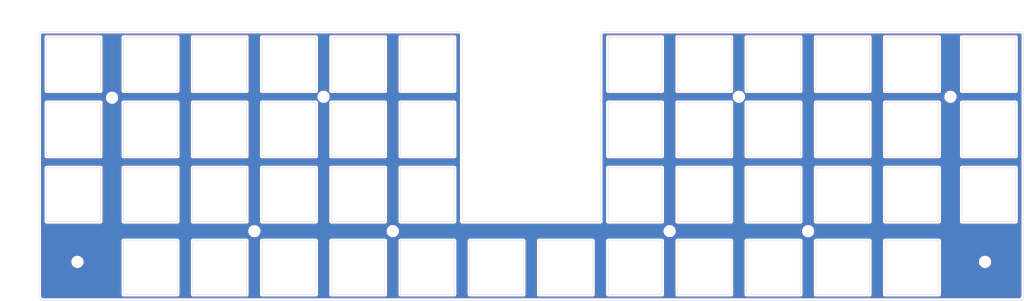
<source format=kicad_pcb>
(kicad_pcb (version 20171130) (host pcbnew "(5.1.10)-1")
  (layers (0 F.Cu signal) (31 B.Cu signal) (34 B.Paste user) (35 F.Paste user) (36 B.SilkS user) (37 F.SilkS user) (38 B.Mask user) (39 F.Mask user) (44 Edge.Cuts user))
  (net 0 "")
  (module Mounting_Holes:MountingHole_2.2mm_M2 (layer F.Cu) (at 28.5 155)
    (fp_text reference REF** hide)
    (fp_text value MountingHole_2.2mm_M2)
    (pad 1 np_thru_hole circle (at 0 0) (size 2.2 2.2) (drill 2.2) (layers *.Cu *.Mask))
  )
  (module Mounting_Holes:MountingHole_2.2mm_M2 (layer F.Cu) (at 264.5 155)
    (fp_text reference REF** hide)
    (fp_text value MountingHole_2.2mm_M2)
    (pad 1 np_thru_hole circle (at 0 0) (size 2.2 2.2) (drill 2.2) (layers *.Cu *.Mask))
  )
  (module Mounting_Holes:MountingHole_2.2mm_M2 (layer F.Cu) (at 74.5 147)
    (fp_text reference REF** hide)
    (fp_text value MountingHole_2.2mm_M2)
    (pad 1 np_thru_hole circle (at 0 0) (size 2.2 2.2) (drill 2.2) (layers *.Cu *.Mask))
  )
  (module Mounting_Holes:MountingHole_2.2mm_M2 (layer F.Cu) (at 110.5 147)
    (fp_text reference REF** hide)
    (fp_text value MountingHole_2.2mm_M2)
    (pad 1 np_thru_hole circle (at 0 0) (size 2.2 2.2) (drill 2.2) (layers *.Cu *.Mask))
  )
  (module Mounting_Holes:MountingHole_2.2mm_M2 (layer F.Cu) (at 37.5 112.25)
    (fp_text reference REF** hide)
    (fp_text value MountingHole_2.2mm_M2)
    (pad 1 np_thru_hole circle (at 0 0) (size 2.2 2.2) (drill 2.2) (layers *.Cu *.Mask))
  )
  (module Mounting_Holes:MountingHole_2.2mm_M2 (layer F.Cu) (at 92.5 112)
    (fp_text reference REF** hide)
    (fp_text value MountingHole_2.2mm_M2)
    (pad 1 np_thru_hole circle (at 0 0) (size 2.2 2.2) (drill 2.2) (layers *.Cu *.Mask))
  )
  (module Mounting_Holes:MountingHole_2.2mm_M2 (layer F.Cu) (at 218.5 147)
    (fp_text reference REF** hide)
    (fp_text value MountingHole_2.2mm_M2)
    (pad 1 np_thru_hole circle (at 0 0) (size 2.2 2.2) (drill 2.2) (layers *.Cu *.Mask))
  )
  (module Mounting_Holes:MountingHole_2.2mm_M2 (layer F.Cu) (at 182.5 147)
    (fp_text reference REF** hide)
    (fp_text value MountingHole_2.2mm_M2)
    (pad 1 np_thru_hole circle (at 0 0) (size 2.2 2.2) (drill 2.2) (layers *.Cu *.Mask))
  )
  (module Mounting_Holes:MountingHole_2.2mm_M2 (layer F.Cu) (at 255.5 112)
    (fp_text reference REF** hide)
    (fp_text value MountingHole_2.2mm_M2)
    (pad 1 np_thru_hole circle (at 0 0) (size 2.2 2.2) (drill 2.2) (layers *.Cu *.Mask))
  )
  (module Mounting_Holes:MountingHole_2.2mm_M2 (layer F.Cu) (at 200.5 112)
    (fp_text reference REF** hide)
    (fp_text value MountingHole_2.2mm_M2)
    (pad 1 np_thru_hole circle (at 0 0) (size 2.2 2.2) (drill 2.2) (layers *.Cu *.Mask))
  )
  (module logos:salicylic-acidm (layer F.Cu) (at 32.5 151.75)
    (fp_text reference G*** hide)
    (fp_text value LOGO hide)
  )
  (gr_line (start 54.5 96.5) (end 54.5 110.5) (layer Edge.Cuts) (width 0.1))
  (gr_line (start 40.5 96.5) (end 54.5 96.5) (layer Edge.Cuts) (width 0.1))
  (gr_line (start 40.5 110.5) (end 40.5 96.5) (layer Edge.Cuts) (width 0.1))
  (gr_line (start 54.5 110.5) (end 40.5 110.5) (layer Edge.Cuts) (width 0.1))
  (gr_line (start 274 95) (end 274.5 95.5) (layer Edge.Cuts) (width 0.1))
  (gr_line (start 164.5 95.5) (end 165 95) (layer Edge.Cuts) (width 0.1))
  (gr_line (start 128 95) (end 128.5 95.5) (layer Edge.Cuts) (width 0.1))
  (gr_line (start 19 95) (end 18.5 95.5) (layer Edge.Cuts) (width 0.1))
  (gr_line (start 19 95) (end 128 95) (layer Edge.Cuts) (width 0.1))
  (gr_line (start 18.5 95.5) (end 18.5 164.25) (layer Edge.Cuts) (width 0.1))
  (gr_line (start 274 95) (end 165 95) (layer Edge.Cuts) (width 0.1))
  (gr_line (start 128.5 144.5) (end 128.5 95.5) (layer Edge.Cuts) (width 0.1))
  (gr_line (start 164.5 144.5) (end 128.5 144.5) (layer Edge.Cuts) (width 0.1))
  (gr_line (start 164.5 95.5) (end 164.5 144.5) (layer Edge.Cuts) (width 0.1))
  (gr_line (start 258.5 144.5) (end 258.5 130.5) (layer Edge.Cuts) (width 0.1))
  (gr_line (start 272.5 144.5) (end 258.5 144.5) (layer Edge.Cuts) (width 0.1))
  (gr_line (start 272.5 130.5) (end 272.5 144.5) (layer Edge.Cuts) (width 0.1))
  (gr_line (start 258.5 130.5) (end 272.5 130.5) (layer Edge.Cuts) (width 0.1))
  (gr_line (start 258.5 127.5) (end 258.5 113.5) (layer Edge.Cuts) (width 0.1))
  (gr_line (start 272.5 127.5) (end 258.5 127.5) (layer Edge.Cuts) (width 0.1))
  (gr_line (start 272.5 113.5) (end 272.5 127.5) (layer Edge.Cuts) (width 0.1))
  (gr_line (start 258.5 113.5) (end 272.5 113.5) (layer Edge.Cuts) (width 0.1))
  (gr_line (start 258.5 110.5) (end 258.5 96.5) (layer Edge.Cuts) (width 0.1))
  (gr_line (start 272.5 110.5) (end 258.5 110.5) (layer Edge.Cuts) (width 0.1))
  (gr_line (start 272.5 96.5) (end 272.5 110.5) (layer Edge.Cuts) (width 0.1))
  (gr_line (start 258.5 96.5) (end 272.5 96.5) (layer Edge.Cuts) (width 0.1))
  (gr_line (start 238.5 110.5) (end 238.5 96.5) (layer Edge.Cuts) (width 0.1))
  (gr_line (start 252.5 110.5) (end 238.5 110.5) (layer Edge.Cuts) (width 0.1))
  (gr_line (start 252.5 96.5) (end 252.5 110.5) (layer Edge.Cuts) (width 0.1))
  (gr_line (start 238.5 96.5) (end 252.5 96.5) (layer Edge.Cuts) (width 0.1))
  (gr_line (start 220.5 110.5) (end 220.5 96.5) (layer Edge.Cuts) (width 0.1))
  (gr_line (start 234.5 110.5) (end 220.5 110.5) (layer Edge.Cuts) (width 0.1))
  (gr_line (start 234.5 96.5) (end 234.5 110.5) (layer Edge.Cuts) (width 0.1))
  (gr_line (start 220.5 96.5) (end 234.5 96.5) (layer Edge.Cuts) (width 0.1))
  (gr_line (start 238.5 127.5) (end 238.5 113.5) (layer Edge.Cuts) (width 0.1))
  (gr_line (start 252.5 127.5) (end 238.5 127.5) (layer Edge.Cuts) (width 0.1))
  (gr_line (start 252.5 113.5) (end 252.5 127.5) (layer Edge.Cuts) (width 0.1))
  (gr_line (start 238.5 113.5) (end 252.5 113.5) (layer Edge.Cuts) (width 0.1))
  (gr_line (start 238.5 144.5) (end 238.5 130.5) (layer Edge.Cuts) (width 0.1))
  (gr_line (start 252.5 144.5) (end 238.5 144.5) (layer Edge.Cuts) (width 0.1))
  (gr_line (start 252.5 130.5) (end 252.5 144.5) (layer Edge.Cuts) (width 0.1))
  (gr_line (start 238.5 130.5) (end 252.5 130.5) (layer Edge.Cuts) (width 0.1))
  (gr_line (start 220.5 113.5) (end 220.5 127.5) (layer Edge.Cuts) (width 0.1))
  (gr_line (start 234.5 113.5) (end 220.5 113.5) (layer Edge.Cuts) (width 0.1))
  (gr_line (start 234.5 127.5) (end 234.5 113.5) (layer Edge.Cuts) (width 0.1))
  (gr_line (start 220.5 127.5) (end 234.5 127.5) (layer Edge.Cuts) (width 0.1))
  (gr_line (start 220.5 144.5) (end 220.5 130.5) (layer Edge.Cuts) (width 0.1))
  (gr_line (start 234.5 144.5) (end 220.5 144.5) (layer Edge.Cuts) (width 0.1))
  (gr_line (start 234.5 130.5) (end 234.5 144.5) (layer Edge.Cuts) (width 0.1))
  (gr_line (start 220.5 130.5) (end 234.5 130.5) (layer Edge.Cuts) (width 0.1))
  (gr_line (start 202.5 130.5) (end 216.5 130.5) (layer Edge.Cuts) (width 0.1))
  (gr_line (start 202.5 144.5) (end 202.5 130.5) (layer Edge.Cuts) (width 0.1))
  (gr_line (start 216.5 144.5) (end 202.5 144.5) (layer Edge.Cuts) (width 0.1))
  (gr_line (start 216.5 130.5) (end 216.5 144.5) (layer Edge.Cuts) (width 0.1))
  (gr_line (start 216.5 127.5) (end 216.5 113.5) (layer Edge.Cuts) (width 0.1))
  (gr_line (start 202.5 127.5) (end 216.5 127.5) (layer Edge.Cuts) (width 0.1))
  (gr_line (start 202.5 113.5) (end 202.5 127.5) (layer Edge.Cuts) (width 0.1))
  (gr_line (start 216.5 113.5) (end 202.5 113.5) (layer Edge.Cuts) (width 0.1))
  (gr_line (start 202.5 110.5) (end 202.5 96.5) (layer Edge.Cuts) (width 0.1))
  (gr_line (start 216.5 110.5) (end 202.5 110.5) (layer Edge.Cuts) (width 0.1))
  (gr_line (start 216.5 96.5) (end 216.5 110.5) (layer Edge.Cuts) (width 0.1))
  (gr_line (start 202.5 96.5) (end 216.5 96.5) (layer Edge.Cuts) (width 0.1))
  (gr_line (start 184.5 110.5) (end 184.5 96.5) (layer Edge.Cuts) (width 0.1))
  (gr_line (start 198.5 110.5) (end 184.5 110.5) (layer Edge.Cuts) (width 0.1))
  (gr_line (start 198.5 96.5) (end 198.5 110.5) (layer Edge.Cuts) (width 0.1))
  (gr_line (start 184.5 96.5) (end 198.5 96.5) (layer Edge.Cuts) (width 0.1))
  (gr_line (start 184.5 127.5) (end 184.5 113.5) (layer Edge.Cuts) (width 0.1))
  (gr_line (start 198.5 127.5) (end 184.5 127.5) (layer Edge.Cuts) (width 0.1))
  (gr_line (start 198.5 113.5) (end 198.5 127.5) (layer Edge.Cuts) (width 0.1))
  (gr_line (start 184.5 113.5) (end 198.5 113.5) (layer Edge.Cuts) (width 0.1))
  (gr_line (start 184.5 144.5) (end 184.5 130.5) (layer Edge.Cuts) (width 0.1))
  (gr_line (start 198.5 144.5) (end 184.5 144.5) (layer Edge.Cuts) (width 0.1))
  (gr_line (start 198.5 130.5) (end 198.5 144.5) (layer Edge.Cuts) (width 0.1))
  (gr_line (start 184.5 130.5) (end 198.5 130.5) (layer Edge.Cuts) (width 0.1))
  (gr_line (start 238.5 163.5) (end 238.5 149.5) (layer Edge.Cuts) (width 0.1))
  (gr_line (start 252.5 163.5) (end 238.5 163.5) (layer Edge.Cuts) (width 0.1))
  (gr_line (start 252.5 149.5) (end 252.5 163.5) (layer Edge.Cuts) (width 0.1))
  (gr_line (start 238.5 149.5) (end 252.5 149.5) (layer Edge.Cuts) (width 0.1))
  (gr_line (start 220.5 163.5) (end 220.5 149.5) (layer Edge.Cuts) (width 0.1))
  (gr_line (start 234.5 163.5) (end 220.5 163.5) (layer Edge.Cuts) (width 0.1))
  (gr_line (start 234.5 149.5) (end 234.5 163.5) (layer Edge.Cuts) (width 0.1))
  (gr_line (start 220.5 149.5) (end 234.5 149.5) (layer Edge.Cuts) (width 0.1))
  (gr_line (start 202.5 163.5) (end 202.5 149.5) (layer Edge.Cuts) (width 0.1))
  (gr_line (start 216.5 163.5) (end 202.5 163.5) (layer Edge.Cuts) (width 0.1))
  (gr_line (start 216.5 149.5) (end 216.5 163.5) (layer Edge.Cuts) (width 0.1))
  (gr_line (start 202.5 149.5) (end 216.5 149.5) (layer Edge.Cuts) (width 0.1))
  (gr_line (start 184.5 163.5) (end 184.5 149.5) (layer Edge.Cuts) (width 0.1))
  (gr_line (start 198.5 163.5) (end 184.5 163.5) (layer Edge.Cuts) (width 0.1))
  (gr_line (start 198.5 149.5) (end 198.5 163.5) (layer Edge.Cuts) (width 0.1))
  (gr_line (start 184.5 149.5) (end 198.5 149.5) (layer Edge.Cuts) (width 0.1))
  (gr_line (start 166.5 163.5) (end 166.5 149.5) (layer Edge.Cuts) (width 0.1))
  (gr_line (start 180.5 163.5) (end 166.5 163.5) (layer Edge.Cuts) (width 0.1))
  (gr_line (start 180.5 149.5) (end 180.5 163.5) (layer Edge.Cuts) (width 0.1))
  (gr_line (start 166.5 149.5) (end 180.5 149.5) (layer Edge.Cuts) (width 0.1))
  (gr_line (start 166.5 144.5) (end 166.5 130.5) (layer Edge.Cuts) (width 0.1))
  (gr_line (start 180.5 144.5) (end 166.5 144.5) (layer Edge.Cuts) (width 0.1))
  (gr_line (start 180.5 130.5) (end 180.5 144.5) (layer Edge.Cuts) (width 0.1))
  (gr_line (start 166.5 130.5) (end 180.5 130.5) (layer Edge.Cuts) (width 0.1))
  (gr_line (start 166.5 127.5) (end 166.5 113.5) (layer Edge.Cuts) (width 0.1))
  (gr_line (start 180.5 127.5) (end 166.5 127.5) (layer Edge.Cuts) (width 0.1))
  (gr_line (start 180.5 113.5) (end 180.5 127.5) (layer Edge.Cuts) (width 0.1))
  (gr_line (start 166.5 113.5) (end 180.5 113.5) (layer Edge.Cuts) (width 0.1))
  (gr_line (start 166.5 96.5) (end 173.5 96.5) (layer Edge.Cuts) (width 0.1))
  (gr_line (start 166.5 110.5) (end 166.5 96.5) (layer Edge.Cuts) (width 0.1))
  (gr_line (start 180.5 110.5) (end 166.5 110.5) (layer Edge.Cuts) (width 0.1))
  (gr_line (start 180.5 96.5) (end 180.5 110.5) (layer Edge.Cuts) (width 0.1))
  (gr_line (start 173.5 96.5) (end 180.5 96.5) (layer Edge.Cuts) (width 0.1))
  (gr_line (start 148.5 163.5) (end 148.5 149.5) (layer Edge.Cuts) (width 0.1))
  (gr_line (start 162.5 163.5) (end 148.5 163.5) (layer Edge.Cuts) (width 0.1))
  (gr_line (start 162.5 149.5) (end 162.5 163.5) (layer Edge.Cuts) (width 0.1))
  (gr_line (start 148.5 149.5) (end 162.5 149.5) (layer Edge.Cuts) (width 0.1))
  (gr_line (start 130.5 163.5) (end 130.5 149.5) (layer Edge.Cuts) (width 0.1))
  (gr_line (start 144.5 163.5) (end 130.5 163.5) (layer Edge.Cuts) (width 0.1))
  (gr_line (start 144.5 149.5) (end 144.5 163.5) (layer Edge.Cuts) (width 0.1))
  (gr_line (start 130.5 149.5) (end 144.5 149.5) (layer Edge.Cuts) (width 0.1))
  (gr_line (start 112.5 163.5) (end 112.5 149.5) (layer Edge.Cuts) (width 0.1))
  (gr_line (start 126.5 163.5) (end 112.5 163.5) (layer Edge.Cuts) (width 0.1))
  (gr_line (start 126.5 149.5) (end 126.5 163.5) (layer Edge.Cuts) (width 0.1))
  (gr_line (start 112.5 149.5) (end 126.5 149.5) (layer Edge.Cuts) (width 0.1))
  (gr_line (start 112.5 144.5) (end 112.5 130.5) (layer Edge.Cuts) (width 0.1))
  (gr_line (start 126.5 144.5) (end 112.5 144.5) (layer Edge.Cuts) (width 0.1))
  (gr_line (start 126.5 130.5) (end 126.5 144.5) (layer Edge.Cuts) (width 0.1))
  (gr_line (start 112.5 130.5) (end 126.5 130.5) (layer Edge.Cuts) (width 0.1))
  (gr_line (start 126.5 127.5) (end 126.5 113.5) (layer Edge.Cuts) (width 0.1))
  (gr_line (start 112.5 127.5) (end 126.5 127.5) (layer Edge.Cuts) (width 0.1))
  (gr_line (start 112.5 113.5) (end 112.5 127.5) (layer Edge.Cuts) (width 0.1))
  (gr_line (start 126.5 113.5) (end 112.5 113.5) (layer Edge.Cuts) (width 0.1))
  (gr_line (start 112.5 110.5) (end 112.5 96.5) (layer Edge.Cuts) (width 0.1))
  (gr_line (start 126.5 110.5) (end 112.5 110.5) (layer Edge.Cuts) (width 0.1))
  (gr_line (start 126.5 96.5) (end 126.5 110.5) (layer Edge.Cuts) (width 0.1))
  (gr_line (start 112.5 96.5) (end 126.5 96.5) (layer Edge.Cuts) (width 0.1))
  (gr_line (start 94.5 163.5) (end 94.5 149.5) (layer Edge.Cuts) (width 0.1))
  (gr_line (start 108.5 163.5) (end 94.5 163.5) (layer Edge.Cuts) (width 0.1))
  (gr_line (start 108.5 149.5) (end 108.5 163.5) (layer Edge.Cuts) (width 0.1))
  (gr_line (start 94.5 149.5) (end 108.5 149.5) (layer Edge.Cuts) (width 0.1))
  (gr_line (start 94.5 144.5) (end 94.5 130.5) (layer Edge.Cuts) (width 0.1))
  (gr_line (start 108.5 144.5) (end 94.5 144.5) (layer Edge.Cuts) (width 0.1))
  (gr_line (start 108.5 130.5) (end 108.5 144.5) (layer Edge.Cuts) (width 0.1))
  (gr_line (start 94.5 130.5) (end 108.5 130.5) (layer Edge.Cuts) (width 0.1))
  (gr_line (start 94.5 127.5) (end 94.5 113.5) (layer Edge.Cuts) (width 0.1))
  (gr_line (start 108.5 127.5) (end 94.5 127.5) (layer Edge.Cuts) (width 0.1))
  (gr_line (start 108.5 113.5) (end 108.5 127.5) (layer Edge.Cuts) (width 0.1))
  (gr_line (start 94.5 113.5) (end 108.5 113.5) (layer Edge.Cuts) (width 0.1))
  (gr_line (start 94.5 96.5) (end 101.5 96.5) (layer Edge.Cuts) (width 0.1))
  (gr_line (start 94.5 110.5) (end 94.5 96.5) (layer Edge.Cuts) (width 0.1))
  (gr_line (start 108.5 110.5) (end 94.5 110.5) (layer Edge.Cuts) (width 0.1))
  (gr_line (start 108.5 96.5) (end 108.5 110.5) (layer Edge.Cuts) (width 0.1))
  (gr_line (start 101.5 96.5) (end 108.5 96.5) (layer Edge.Cuts) (width 0.1))
  (gr_line (start 76.5 163.5) (end 76.5 149.5) (layer Edge.Cuts) (width 0.1))
  (gr_line (start 90.5 163.5) (end 76.5 163.5) (layer Edge.Cuts) (width 0.1))
  (gr_line (start 90.5 149.5) (end 90.5 163.5) (layer Edge.Cuts) (width 0.1))
  (gr_line (start 76.5 149.5) (end 90.5 149.5) (layer Edge.Cuts) (width 0.1))
  (gr_line (start 76.5 144.5) (end 76.5 130.5) (layer Edge.Cuts) (width 0.1))
  (gr_line (start 90.5 144.5) (end 76.5 144.5) (layer Edge.Cuts) (width 0.1))
  (gr_line (start 90.5 130.5) (end 90.5 144.5) (layer Edge.Cuts) (width 0.1))
  (gr_line (start 76.5 130.5) (end 90.5 130.5) (layer Edge.Cuts) (width 0.1))
  (gr_line (start 76.5 127.5) (end 76.5 113.5) (layer Edge.Cuts) (width 0.1))
  (gr_line (start 90.5 127.5) (end 76.5 127.5) (layer Edge.Cuts) (width 0.1))
  (gr_line (start 90.5 113.5) (end 90.5 127.5) (layer Edge.Cuts) (width 0.1))
  (gr_line (start 76.5 113.5) (end 90.5 113.5) (layer Edge.Cuts) (width 0.1))
  (gr_line (start 83.5 96.5) (end 76.5 96.5) (layer Edge.Cuts) (width 0.1))
  (gr_line (start 76.5 110.5) (end 76.5 96.5) (layer Edge.Cuts) (width 0.1))
  (gr_line (start 90.5 110.5) (end 76.5 110.5) (layer Edge.Cuts) (width 0.1))
  (gr_line (start 90.5 96.5) (end 90.5 110.5) (layer Edge.Cuts) (width 0.1))
  (gr_line (start 83.5 96.5) (end 90.5 96.5) (layer Edge.Cuts) (width 0.1))
  (gr_line (start 58.5 163.5) (end 58.5 149.5) (layer Edge.Cuts) (width 0.1))
  (gr_line (start 72.5 163.5) (end 58.5 163.5) (layer Edge.Cuts) (width 0.1))
  (gr_line (start 72.5 149.5) (end 72.5 163.5) (layer Edge.Cuts) (width 0.1))
  (gr_line (start 58.5 149.5) (end 72.5 149.5) (layer Edge.Cuts) (width 0.1))
  (gr_line (start 58.5 130.5) (end 58.5 144.5) (layer Edge.Cuts) (width 0.1))
  (gr_line (start 72.5 144.5) (end 58.5 144.5) (layer Edge.Cuts) (width 0.1))
  (gr_line (start 72.5 130.5) (end 72.5 144.5) (layer Edge.Cuts) (width 0.1))
  (gr_line (start 58.5 130.5) (end 72.5 130.5) (layer Edge.Cuts) (width 0.1))
  (gr_line (start 58.5 127.5) (end 58.5 113.5) (layer Edge.Cuts) (width 0.1))
  (gr_line (start 72.5 127.5) (end 58.5 127.5) (layer Edge.Cuts) (width 0.1))
  (gr_line (start 72.5 113.5) (end 72.5 127.5) (layer Edge.Cuts) (width 0.1))
  (gr_line (start 58.5 113.5) (end 72.5 113.5) (layer Edge.Cuts) (width 0.1))
  (gr_line (start 58.5 110.5) (end 58.5 96.5) (layer Edge.Cuts) (width 0.1))
  (gr_line (start 72.5 110.5) (end 58.5 110.5) (layer Edge.Cuts) (width 0.1))
  (gr_line (start 72.5 96.5) (end 72.5 110.5) (layer Edge.Cuts) (width 0.1))
  (gr_line (start 58.5 96.5) (end 72.5 96.5) (layer Edge.Cuts) (width 0.1))
  (gr_line (start 40.5 149.5) (end 54.5 149.5) (layer Edge.Cuts) (width 0.1))
  (gr_line (start 40.5 163.5) (end 40.5 149.5) (layer Edge.Cuts) (width 0.1))
  (gr_line (start 54.5 163.5) (end 40.5 163.5) (layer Edge.Cuts) (width 0.1))
  (gr_line (start 54.5 149.5) (end 54.5 163.5) (layer Edge.Cuts) (width 0.1))
  (gr_line (start 40.5 144.5) (end 40.5 130.5) (layer Edge.Cuts) (width 0.1))
  (gr_line (start 54.5 144.5) (end 40.5 144.5) (layer Edge.Cuts) (width 0.1))
  (gr_line (start 54.5 130.5) (end 54.5 144.5) (layer Edge.Cuts) (width 0.1))
  (gr_line (start 40.5 130.5) (end 54.5 130.5) (layer Edge.Cuts) (width 0.1))
  (gr_line (start 40.5 127.5) (end 40.5 113.5) (layer Edge.Cuts) (width 0.1))
  (gr_line (start 54.5 127.5) (end 40.5 127.5) (layer Edge.Cuts) (width 0.1))
  (gr_line (start 54.5 113.5) (end 54.5 127.5) (layer Edge.Cuts) (width 0.1))
  (gr_line (start 40.5 113.5) (end 54.5 113.5) (layer Edge.Cuts) (width 0.1))
  (gr_line (start 34.5 130.5) (end 34.5 144.5) (layer Edge.Cuts) (width 0.1))
  (gr_line (start 20.5 130.5) (end 34.5 130.5) (layer Edge.Cuts) (width 0.1))
  (gr_line (start 20.5 144.5) (end 34.5 144.5) (layer Edge.Cuts) (width 0.1))
  (gr_line (start 20.5 130.5) (end 20.5 144.5) (layer Edge.Cuts) (width 0.1))
  (gr_line (start 34.5 113.5) (end 34.5 127.5) (layer Edge.Cuts) (width 0.1))
  (gr_line (start 20.5 113.5) (end 34.5 113.5) (layer Edge.Cuts) (width 0.1))
  (gr_line (start 20.5 127.5) (end 34.5 127.5) (layer Edge.Cuts) (width 0.1))
  (gr_line (start 20.5 113.5) (end 20.5 127.5) (layer Edge.Cuts) (width 0.1))
  (gr_line (start 34.5 96.5) (end 34.5 110.5) (layer Edge.Cuts) (width 0.1))
  (gr_line (start 20.5 96.5) (end 34.5 96.5) (layer Edge.Cuts) (width 0.1))
  (gr_line (start 20.5 110.5) (end 34.5 110.5) (layer Edge.Cuts) (width 0.1))
  (gr_line (start 20.5 96.5) (end 20.5 110.5) (layer Edge.Cuts) (width 0.1))
  (gr_line (start 273.75 165) (end 270.75 165) (layer Edge.Cuts) (width 0.1))
  (gr_line (start 274.5 164.25) (end 273.75 165) (layer Edge.Cuts) (width 0.1))
  (gr_line (start 274.5 95.5) (end 274.5 164.25) (layer Edge.Cuts) (width 0.1))
  (gr_line (start 19.25 165) (end 270.75 165) (layer Edge.Cuts) (width 0.1))
  (gr_line (start 18.5 164.25) (end 19.25 165) (layer Edge.Cuts) (width 0.1))
  (zone (net 0) (net_name "") (layer F.Cu) (connect_pads (clearance 0.508)) (min_thickness 0.254) (fill yes (arc_segments 16) (thermal_gap 0.508) (thermal_bridge_width 0.508))
    (polygon (pts (xy 273.75 165) (xy 19.25 165) (xy 18.5 164.25) (xy 18.5 95) (xy 128.5 95) (xy 128.5 144.5) (xy 164.5 144.5) (xy 164.5 95) (xy 274.5 95) (xy 274.5 164.25)))
  )
  (zone (net 0) (net_name "") (layer F.Cu) (connect_pads (clearance 0.508)) (min_thickness 0.254) (fill yes (arc_segments 16) (thermal_gap 0.508) (thermal_bridge_width 0.508))
    (polygon (pts (xy 273.75 165) (xy 19.25 165) (xy 18.5 164.25) (xy 18.5 95) (xy 128.5 95) (xy 128.5 144.45) (xy 164.5 144.45) (xy 164.5 95) (xy 274.5 95) (xy 274.5 164.25)))
  )
  (zone (net 0) (net_name "") (layer B.Cu) (connect_pads (clearance 0.508)) (min_thickness 0.254) (fill yes (arc_segments 16) (thermal_gap 0.508) (thermal_bridge_width 0.508))
    (polygon (pts (xy 273.75 165) (xy 19.25 165) (xy 18.5 164.25) (xy 18.5 95) (xy 128.5 95) (xy 128.5 144.5) (xy 164.5 144.5) (xy 164.5 95) (xy 274.5 95) (xy 274.5 164.25)))
  )
  (zone (net 0) (net_name "") (layers F&B.Cu) (connect_pads (clearance 0.508)) (min_thickness 0.254)
    (keepout (tracks not_allowed) (vias not_allowed) (copperpour not_allowed))
    (fill (arc_segments 16) (thermal_gap 0.508) (thermal_bridge_width 0.508))
    (polygon (pts (xy 198.5 113.5) (xy 198.5 127.5) (xy 184.5 127.5) (xy 184.5 113.5)))
  )
  (zone (net 0) (net_name "") (layers F&B.Cu) (connect_pads (clearance 0.508)) (min_thickness 0.254)
    (keepout (tracks not_allowed) (vias not_allowed) (copperpour not_allowed))
    (fill (arc_segments 16) (thermal_gap 0.508) (thermal_bridge_width 0.508))
    (polygon (pts (xy 198.5 110.5) (xy 184.5 110.5) (xy 184.5 96.5) (xy 198.5 96.5)))
  )
  (zone (net 0) (net_name "") (layers F&B.Cu) (connect_pads (clearance 0.508)) (min_thickness 0.254)
    (keepout (tracks not_allowed) (vias not_allowed) (copperpour not_allowed))
    (fill (arc_segments 16) (thermal_gap 0.508) (thermal_bridge_width 0.508))
    (polygon (pts (xy 202.5 110.5) (xy 216.5 110.5) (xy 216.5 96.5) (xy 202.5 96.5)))
  )
  (zone (net 0) (net_name "") (layers F&B.Cu) (connect_pads (clearance 0.508)) (min_thickness 0.254)
    (keepout (tracks not_allowed) (vias not_allowed) (copperpour not_allowed))
    (fill (arc_segments 16) (thermal_gap 0.508) (thermal_bridge_width 0.508))
    (polygon (pts (xy 220.5 96.5) (xy 234.5 96.5) (xy 234.5 110.5) (xy 220.5 110.5)))
  )
  (zone (net 0) (net_name "") (layers F&B.Cu) (connect_pads (clearance 0.508)) (min_thickness 0.254)
    (keepout (tracks not_allowed) (vias not_allowed) (copperpour not_allowed))
    (fill (arc_segments 16) (thermal_gap 0.508) (thermal_bridge_width 0.508))
    (polygon (pts (xy 238.5 96.5) (xy 252.5 96.5) (xy 252.5 110.5) (xy 238.5 110.5) (xy 238.5 96.55)))
  )
  (zone (net 0) (net_name "") (layers F&B.Cu) (connect_pads (clearance 0.508)) (min_thickness 0.254)
    (keepout (tracks not_allowed) (vias not_allowed) (copperpour not_allowed))
    (fill (arc_segments 16) (thermal_gap 0.508) (thermal_bridge_width 0.508))
    (polygon (pts (xy 258.5 96.5) (xy 272.5 96.5) (xy 272.5 110.5) (xy 258.5 110.5)))
  )
  (zone (net 0) (net_name "") (layers F&B.Cu) (connect_pads (clearance 0.508)) (min_thickness 0.254)
    (keepout (tracks not_allowed) (vias not_allowed) (copperpour not_allowed))
    (fill (arc_segments 16) (thermal_gap 0.508) (thermal_bridge_width 0.508))
    (polygon (pts (xy 258.5 113.5) (xy 272.5 113.5) (xy 272.5 127.5) (xy 258.5 127.5)))
  )
  (zone (net 0) (net_name "") (layers F&B.Cu) (connect_pads (clearance 0.508)) (min_thickness 0.254)
    (keepout (tracks not_allowed) (vias not_allowed) (copperpour not_allowed))
    (fill (arc_segments 16) (thermal_gap 0.508) (thermal_bridge_width 0.508))
    (polygon (pts (xy 252.5 113.5) (xy 252.5 127.5) (xy 238.5 127.5) (xy 238.5 113.5)))
  )
  (zone (net 0) (net_name "") (layers F&B.Cu) (connect_pads (clearance 0.508)) (min_thickness 0.254)
    (keepout (tracks not_allowed) (vias not_allowed) (copperpour not_allowed))
    (fill (arc_segments 16) (thermal_gap 0.508) (thermal_bridge_width 0.508))
    (polygon (pts (xy 220.5 113.5) (xy 220.5 127.5) (xy 234.5 127.5) (xy 234.5 113.5)))
  )
  (zone (net 0) (net_name "") (layers F&B.Cu) (connect_pads (clearance 0.508)) (min_thickness 0.254)
    (keepout (tracks not_allowed) (vias not_allowed) (copperpour not_allowed))
    (fill (arc_segments 16) (thermal_gap 0.508) (thermal_bridge_width 0.508))
    (polygon (pts (xy 216.5 113.5) (xy 216.5 127.5) (xy 202.5 127.5) (xy 202.5 113.5)))
  )
  (zone (net 0) (net_name "") (layers F&B.Cu) (connect_pads (clearance 0.508)) (min_thickness 0.254)
    (keepout (tracks not_allowed) (vias not_allowed) (copperpour not_allowed))
    (fill (arc_segments 16) (thermal_gap 0.508) (thermal_bridge_width 0.508))
    (polygon (pts (xy 258.5 130.5) (xy 272.5 130.5) (xy 272.5 144.5) (xy 258.5 144.5)))
  )
  (zone (net 0) (net_name "") (layers F&B.Cu) (connect_pads (clearance 0.508)) (min_thickness 0.254)
    (keepout (tracks not_allowed) (vias not_allowed) (copperpour not_allowed))
    (fill (arc_segments 16) (thermal_gap 0.508) (thermal_bridge_width 0.508))
    (polygon (pts (xy 252.5 130.5) (xy 252.5 144.5) (xy 238.5 144.5) (xy 238.5 130.5)))
  )
  (zone (net 0) (net_name "") (layers F&B.Cu) (connect_pads (clearance 0.508)) (min_thickness 0.254)
    (keepout (tracks not_allowed) (vias not_allowed) (copperpour not_allowed))
    (fill (arc_segments 16) (thermal_gap 0.508) (thermal_bridge_width 0.508))
    (polygon (pts (xy 220.5 130.5) (xy 220.5 144.5) (xy 234.5 144.5) (xy 234.5 130.5)))
  )
  (zone (net 0) (net_name "") (layers F&B.Cu) (connect_pads (clearance 0.508)) (min_thickness 0.254)
    (keepout (tracks not_allowed) (vias not_allowed) (copperpour not_allowed))
    (fill (arc_segments 16) (thermal_gap 0.508) (thermal_bridge_width 0.508))
    (polygon (pts (xy 202.5 130.5) (xy 202.5 144.5) (xy 216.5 144.5) (xy 216.5 130.5)))
  )
  (zone (net 0) (net_name "") (layers F&B.Cu) (connect_pads (clearance 0.508)) (min_thickness 0.254)
    (keepout (tracks not_allowed) (vias not_allowed) (copperpour not_allowed))
    (fill (arc_segments 16) (thermal_gap 0.508) (thermal_bridge_width 0.508))
    (polygon (pts (xy 198.5 130.5) (xy 198.5 144.5) (xy 184.5 144.5) (xy 184.5 130.5)))
  )
  (zone (net 0) (net_name "") (layers F&B.Cu) (connect_pads (clearance 0.508)) (min_thickness 0.254)
    (keepout (tracks not_allowed) (vias not_allowed) (copperpour not_allowed))
    (fill (arc_segments 16) (thermal_gap 0.508) (thermal_bridge_width 0.508))
    (polygon (pts (xy 166.5 130.5) (xy 166.5 144.5) (xy 180.5 144.5) (xy 180.5 130.5)))
  )
  (zone (net 0) (net_name "") (layers F&B.Cu) (connect_pads (clearance 0.508)) (min_thickness 0.254)
    (keepout (tracks not_allowed) (vias not_allowed) (copperpour not_allowed))
    (fill (arc_segments 16) (thermal_gap 0.508) (thermal_bridge_width 0.508))
    (polygon (pts (xy 166.5 113.55) (xy 166.5 127.5) (xy 180.5 127.5) (xy 180.5 113.5) (xy 166.5 113.5)))
  )
  (zone (net 0) (net_name "") (layers F&B.Cu) (connect_pads (clearance 0.508)) (min_thickness 0.254)
    (keepout (tracks not_allowed) (vias not_allowed) (copperpour not_allowed))
    (fill (arc_segments 16) (thermal_gap 0.508) (thermal_bridge_width 0.508))
    (polygon (pts (xy 180.5 96.5) (xy 180.5 110.5) (xy 166.5 110.5) (xy 166.5 96.5) (xy 180.45 96.5)))
  )
  (zone (net 0) (net_name "") (layers F&B.Cu) (connect_pads (clearance 0.508)) (min_thickness 0.254)
    (keepout (tracks not_allowed) (vias not_allowed) (copperpour not_allowed))
    (fill (arc_segments 16) (thermal_gap 0.508) (thermal_bridge_width 0.508))
    (polygon (pts (xy 252.5 149.55) (xy 252.5 163.5) (xy 238.5 163.5) (xy 238.5 149.5) (xy 252.5 149.5)))
  )
  (zone (net 0) (net_name "") (layers F&B.Cu) (connect_pads (clearance 0.508)) (min_thickness 0.254)
    (keepout (tracks not_allowed) (vias not_allowed) (copperpour not_allowed))
    (fill (arc_segments 16) (thermal_gap 0.508) (thermal_bridge_width 0.508))
    (polygon (pts (xy 234.5 149.5) (xy 234.5 163.5) (xy 220.5 163.5) (xy 220.5 149.5)))
  )
  (zone (net 0) (net_name "") (layers F&B.Cu) (connect_pads (clearance 0.508)) (min_thickness 0.254)
    (keepout (tracks not_allowed) (vias not_allowed) (copperpour not_allowed))
    (fill (arc_segments 16) (thermal_gap 0.508) (thermal_bridge_width 0.508))
    (polygon (pts (xy 202.5 149.5) (xy 202.5 163.5) (xy 216.5 163.5) (xy 216.5 149.5)))
  )
  (zone (net 0) (net_name "") (layers F&B.Cu) (connect_pads (clearance 0.508)) (min_thickness 0.254)
    (keepout (tracks not_allowed) (vias not_allowed) (copperpour not_allowed))
    (fill (arc_segments 16) (thermal_gap 0.508) (thermal_bridge_width 0.508))
    (polygon (pts (xy 184.5 149.5) (xy 184.5 163.5) (xy 198.5 163.5) (xy 198.5 149.5)))
  )
  (zone (net 0) (net_name "") (layers F&B.Cu) (connect_pads (clearance 0.508)) (min_thickness 0.254)
    (keepout (tracks not_allowed) (vias not_allowed) (copperpour not_allowed))
    (fill (arc_segments 16) (thermal_gap 0.508) (thermal_bridge_width 0.508))
    (polygon (pts (xy 166.5 149.5) (xy 166.5 163.5) (xy 180.5 163.5) (xy 180.5 149.5)))
  )
  (zone (net 0) (net_name "") (layers F&B.Cu) (connect_pads (clearance 0.508)) (min_thickness 0.254)
    (keepout (tracks not_allowed) (vias not_allowed) (copperpour not_allowed))
    (fill (arc_segments 16) (thermal_gap 0.508) (thermal_bridge_width 0.508))
    (polygon (pts (xy 148.5 149.5) (xy 148.5 163.5) (xy 162.5 163.5) (xy 162.5 149.5)))
  )
  (zone (net 0) (net_name "") (layers F&B.Cu) (connect_pads (clearance 0.508)) (min_thickness 0.254)
    (keepout (tracks not_allowed) (vias not_allowed) (copperpour not_allowed))
    (fill (arc_segments 16) (thermal_gap 0.508) (thermal_bridge_width 0.508))
    (polygon (pts (xy 144.5 149.5) (xy 144.5 163.5) (xy 130.5 163.5) (xy 130.5 149.5)))
  )
  (zone (net 0) (net_name "") (layers F&B.Cu) (connect_pads (clearance 0.508)) (min_thickness 0.254)
    (keepout (tracks not_allowed) (vias not_allowed) (copperpour not_allowed))
    (fill (arc_segments 16) (thermal_gap 0.508) (thermal_bridge_width 0.508))
    (polygon (pts (xy 112.5 149.5) (xy 112.5 163.5) (xy 126.5 163.5) (xy 126.5 149.5)))
  )
  (zone (net 0) (net_name "") (layers F&B.Cu) (connect_pads (clearance 0.508)) (min_thickness 0.254)
    (keepout (tracks not_allowed) (vias not_allowed) (copperpour not_allowed))
    (fill (arc_segments 16) (thermal_gap 0.508) (thermal_bridge_width 0.508))
    (polygon (pts (xy 108.5 149.5) (xy 108.5 163.5) (xy 94.5 163.5) (xy 94.5 149.5)))
  )
  (zone (net 0) (net_name "") (layers F&B.Cu) (connect_pads (clearance 0.508)) (min_thickness 0.254)
    (keepout (tracks not_allowed) (vias not_allowed) (copperpour not_allowed))
    (fill (arc_segments 16) (thermal_gap 0.508) (thermal_bridge_width 0.508))
    (polygon (pts (xy 76.5 149.5) (xy 90.5 149.5) (xy 90.5 163.5) (xy 76.5 163.5)))
  )
  (zone (net 0) (net_name "") (layers F&B.Cu) (connect_pads (clearance 0.508)) (min_thickness 0.254)
    (keepout (tracks not_allowed) (vias not_allowed) (copperpour not_allowed))
    (fill (arc_segments 16) (thermal_gap 0.508) (thermal_bridge_width 0.508))
    (polygon (pts (xy 58.5 149.5) (xy 58.5 163.5) (xy 72.5 163.5) (xy 72.5 149.5)))
  )
  (zone (net 0) (net_name "") (layers F&B.Cu) (connect_pads (clearance 0.508)) (min_thickness 0.254)
    (keepout (tracks not_allowed) (vias not_allowed) (copperpour not_allowed))
    (fill (arc_segments 16) (thermal_gap 0.508) (thermal_bridge_width 0.508))
    (polygon (pts (xy 54.5 149.5) (xy 54.5 163.5) (xy 40.5 163.5) (xy 40.5 149.5)))
  )
  (zone (net 0) (net_name "") (layers F&B.Cu) (connect_pads (clearance 0.508)) (min_thickness 0.254)
    (keepout (tracks not_allowed) (vias not_allowed) (copperpour not_allowed))
    (fill (arc_segments 16) (thermal_gap 0.508) (thermal_bridge_width 0.508))
    (polygon (pts (xy 20.5 130.5) (xy 34.5 130.5) (xy 34.5 144.5) (xy 20.5 144.5)))
  )
  (zone (net 0) (net_name "") (layers F&B.Cu) (connect_pads (clearance 0.508)) (min_thickness 0.254)
    (keepout (tracks not_allowed) (vias not_allowed) (copperpour not_allowed))
    (fill (arc_segments 16) (thermal_gap 0.508) (thermal_bridge_width 0.508))
    (polygon (pts (xy 54.5 130.5) (xy 54.5 144.5) (xy 40.5 144.5) (xy 40.5 130.5)))
  )
  (zone (net 0) (net_name "") (layers F&B.Cu) (connect_pads (clearance 0.508)) (min_thickness 0.254)
    (keepout (tracks not_allowed) (vias not_allowed) (copperpour not_allowed))
    (fill (arc_segments 16) (thermal_gap 0.508) (thermal_bridge_width 0.508))
    (polygon (pts (xy 58.5 130.5) (xy 72.5 130.5) (xy 72.5 144.5) (xy 58.5 144.5)))
  )
  (zone (net 0) (net_name "") (layers F&B.Cu) (connect_pads (clearance 0.508)) (min_thickness 0.254)
    (keepout (tracks not_allowed) (vias not_allowed) (copperpour not_allowed))
    (fill (arc_segments 16) (thermal_gap 0.508) (thermal_bridge_width 0.508))
    (polygon (pts (xy 76.5 130.5) (xy 76.5 144.5) (xy 90.5 144.5) (xy 90.5 130.5)))
  )
  (zone (net 0) (net_name "") (layers F&B.Cu) (connect_pads (clearance 0.508)) (min_thickness 0.254)
    (keepout (tracks not_allowed) (vias not_allowed) (copperpour not_allowed))
    (fill (arc_segments 16) (thermal_gap 0.508) (thermal_bridge_width 0.508))
    (polygon (pts (xy 94.5 130.5) (xy 94.5 144.5) (xy 108.5 144.5) (xy 108.5 130.5)))
  )
  (zone (net 0) (net_name "") (layers F&B.Cu) (connect_pads (clearance 0.508)) (min_thickness 0.254)
    (keepout (tracks not_allowed) (vias not_allowed) (copperpour not_allowed))
    (fill (arc_segments 16) (thermal_gap 0.508) (thermal_bridge_width 0.508))
    (polygon (pts (xy 112.5 130.5) (xy 112.5 144.5) (xy 126.5 144.5) (xy 126.5 130.5)))
  )
  (zone (net 0) (net_name "") (layers F&B.Cu) (connect_pads (clearance 0.508)) (min_thickness 0.254)
    (keepout (tracks not_allowed) (vias not_allowed) (copperpour not_allowed))
    (fill (arc_segments 16) (thermal_gap 0.508) (thermal_bridge_width 0.508))
    (polygon (pts (xy 112.5 127.5) (xy 126.5 127.5) (xy 126.5 113.5) (xy 112.5 113.5)))
  )
  (zone (net 0) (net_name "") (layers F&B.Cu) (connect_pads (clearance 0.508)) (min_thickness 0.254)
    (keepout (tracks not_allowed) (vias not_allowed) (copperpour not_allowed))
    (fill (arc_segments 16) (thermal_gap 0.508) (thermal_bridge_width 0.508))
    (polygon (pts (xy 108.5 127.5) (xy 94.5 127.5) (xy 94.5 113.5) (xy 108.5 113.5)))
  )
  (zone (net 0) (net_name "") (layers F&B.Cu) (connect_pads (clearance 0.508)) (min_thickness 0.254)
    (keepout (tracks not_allowed) (vias not_allowed) (copperpour not_allowed))
    (fill (arc_segments 16) (thermal_gap 0.508) (thermal_bridge_width 0.508))
    (polygon (pts (xy 90.5 127.5) (xy 76.5 127.5) (xy 76.5 113.5) (xy 90.5 113.5)))
  )
  (zone (net 0) (net_name "") (layers F&B.Cu) (connect_pads (clearance 0.508)) (min_thickness 0.254)
    (keepout (tracks not_allowed) (vias not_allowed) (copperpour not_allowed))
    (fill (arc_segments 16) (thermal_gap 0.508) (thermal_bridge_width 0.508))
    (polygon (pts (xy 72.5 127.5) (xy 58.5 127.5) (xy 58.5 113.5) (xy 72.5 113.5)))
  )
  (zone (net 0) (net_name "") (layers F&B.Cu) (connect_pads (clearance 0.508)) (min_thickness 0.254)
    (keepout (tracks not_allowed) (vias not_allowed) (copperpour not_allowed))
    (fill (arc_segments 16) (thermal_gap 0.508) (thermal_bridge_width 0.508))
    (polygon (pts (xy 54.45 127.5) (xy 40.5 127.5) (xy 40.5 113.5) (xy 54.5 113.5) (xy 54.5 127.5)))
  )
  (zone (net 0) (net_name "") (layers F&B.Cu) (connect_pads (clearance 0.508)) (min_thickness 0.254)
    (keepout (tracks not_allowed) (vias not_allowed) (copperpour not_allowed))
    (fill (arc_segments 16) (thermal_gap 0.508) (thermal_bridge_width 0.508))
    (polygon (pts (xy 34.5 127.5) (xy 20.5 127.5) (xy 20.5 113.5) (xy 34.5 113.5)))
  )
  (zone (net 0) (net_name "") (layers F&B.Cu) (connect_pads (clearance 0.508)) (min_thickness 0.254)
    (keepout (tracks not_allowed) (vias not_allowed) (copperpour not_allowed))
    (fill (arc_segments 16) (thermal_gap 0.508) (thermal_bridge_width 0.508))
    (polygon (pts (xy 20.5 96.5) (xy 20.5 110.5) (xy 34.5 110.5) (xy 34.5 96.5)))
  )
  (zone (net 0) (net_name "") (layers F&B.Cu) (connect_pads (clearance 0.508)) (min_thickness 0.254)
    (keepout (tracks not_allowed) (vias not_allowed) (copperpour not_allowed))
    (fill (arc_segments 16) (thermal_gap 0.508) (thermal_bridge_width 0.508))
    (polygon (pts (xy 40.5 96.55) (xy 40.5 110.45) (xy 54.5 110.45) (xy 54.5 96.5) (xy 40.5 96.5)))
  )
  (zone (net 0) (net_name "") (layers F&B.Cu) (connect_pads (clearance 0.508)) (min_thickness 0.254)
    (keepout (tracks not_allowed) (vias not_allowed) (copperpour not_allowed))
    (fill (arc_segments 16) (thermal_gap 0.508) (thermal_bridge_width 0.508))
    (polygon (pts (xy 58.5 96.5) (xy 58.5 110.5) (xy 72.5 110.5) (xy 72.5 96.5)))
  )
  (zone (net 0) (net_name "") (layers F&B.Cu) (connect_pads (clearance 0.508)) (min_thickness 0.254)
    (keepout (tracks not_allowed) (vias not_allowed) (copperpour not_allowed))
    (fill (arc_segments 16) (thermal_gap 0.508) (thermal_bridge_width 0.508))
    (polygon (pts (xy 76.5 96.5) (xy 76.5 110.5) (xy 90.5 110.5) (xy 90.5 96.5)))
  )
  (zone (net 0) (net_name "") (layers F&B.Cu) (connect_pads (clearance 0.508)) (min_thickness 0.254)
    (keepout (tracks not_allowed) (vias not_allowed) (copperpour not_allowed))
    (fill (arc_segments 16) (thermal_gap 0.508) (thermal_bridge_width 0.508))
    (polygon (pts (xy 94.5 96.5) (xy 94.5 110.5) (xy 108.5 110.5) (xy 108.5 96.5)))
  )
  (zone (net 0) (net_name "") (layers F&B.Cu) (connect_pads (clearance 0.508)) (min_thickness 0.254)
    (keepout (tracks not_allowed) (vias not_allowed) (copperpour not_allowed))
    (fill (arc_segments 16) (thermal_gap 0.508) (thermal_bridge_width 0.508))
    (polygon (pts (xy 112.5 96.5) (xy 112.5 110.5) (xy 126.5 110.5) (xy 126.5 96.5)))
  )
)
</source>
